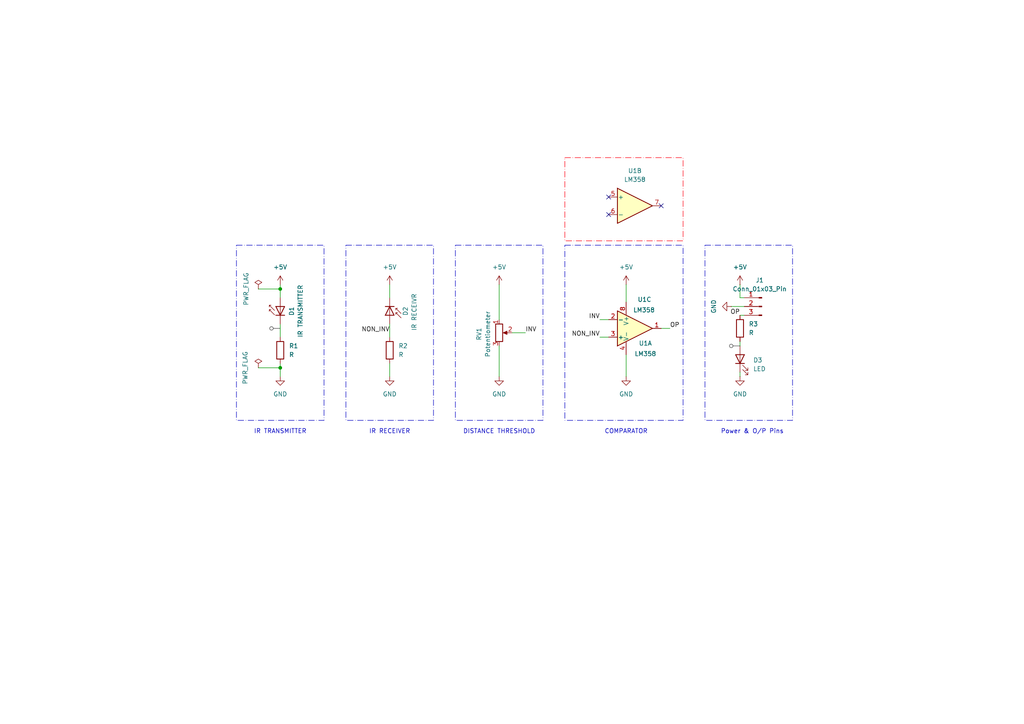
<source format=kicad_sch>
(kicad_sch (version 20250114) (generator "eeschema") (generator_version "9.0")
  (paper "A4")
  (lib_symbols
    (symbol "Amplifier_Operational:LM358" (pin_names (offset 0.127))
      (property "Reference" "U" (at 0 5.08 0))
      (property "Value" "LM358" (at 0 -5.08 0))
      (symbol "LM358_1_1"
        (polyline (pts (xy -5.08 5.08) (xy 5.08 0) (xy -5.08 -5.08) (xy -5.08 5.08)) (stroke (width 0.254)) (fill (type background)))
        (pin input line (at -7.62 2.54 0) (length 2.54) (name "+") (number "3"))
        (pin input line (at -7.62 -2.54 0) (length 2.54) (name "-") (number "2"))
        (pin output line (at 7.62 0 180) (length 2.54) (name "~") (number "1"))
      )
      (symbol "LM358_2_1"
        (polyline (pts (xy -5.08 5.08) (xy 5.08 0) (xy -5.08 -5.08) (xy -5.08 5.08)) (stroke (width 0.254)) (fill (type background)))
        (pin input line (at -7.62 2.54 0) (length 2.54) (name "+") (number "5"))
        (pin input line (at -7.62 -2.54 0) (length 2.54) (name "-") (number "6"))
        (pin output line (at 7.62 0 180) (length 2.54) (name "~") (number "7"))
      )
      (symbol "LM358_3_1"
        (pin power_in line (at -2.54 7.62 270) (length 3.81) (name "V+") (number "8"))
        (pin power_in line (at -2.54 -7.62 90) (length 3.81) (name "V-") (number "4"))
      )
    )
    (symbol "Connector:Conn_01x03_Pin" (pin_names (offset 1.016) (hide yes))
      (property "Reference" "J" (at 0 5.08 0))
      (property "Value" "Conn_01x03_Pin" (at 0 -5.08 0))
      (symbol "Conn_01x03_Pin_1_1"
        (rectangle (start 0.8636 2.667) (end 0 2.413) (stroke (width 0.1524)) (fill (type outline)))
        (rectangle (start 0.8636 0.127) (end 0 -0.127) (stroke (width 0.1524)) (fill (type outline)))
        (rectangle (start 0.8636 -2.413) (end 0 -2.667) (stroke (width 0.1524)) (fill (type outline)))
        (polyline (pts (xy 1.27 2.54) (xy 0.8636 2.54)) (stroke (width 0.1524)))
        (polyline (pts (xy 1.27 0) (xy 0.8636 0)) (stroke (width 0.1524)))
        (polyline (pts (xy 1.27 -2.54) (xy 0.8636 -2.54)) (stroke (width 0.1524)))
        (pin passive line (at 5.08 2.54 180) (length 3.81) (name "Pin_1") (number "1"))
        (pin passive line (at 5.08 0 180) (length 3.81) (name "Pin_2") (number "2"))
        (pin passive line (at 5.08 -2.54 180) (length 3.81) (name "Pin_3") (number "3"))
      )
    )
    (symbol "Device:D_Photo" (pin_numbers (hide yes)) (pin_names (hide yes))
      (property "Reference" "D" (at 0.508 1.778 0))
      (property "Value" "D_Photo" (at -1.016 -2.794 0))
      (symbol "D_Photo_0_1"
        (polyline (pts (xy -2.54 1.27) (xy -2.54 -1.27)) (stroke (width 0.254)))
        (polyline (pts (xy -2.032 1.778) (xy -1.524 1.778)))
        (polyline (pts (xy -0.508 3.302) (xy -2.032 1.778) (xy -2.032 2.286)))
        (polyline (pts (xy 0 0) (xy -2.54 0)))
        (polyline (pts (xy 0 -1.27) (xy 0 1.27) (xy -2.54 0) (xy 0 -1.27)) (stroke (width 0.254)))
        (polyline (pts (xy 0.762 3.302) (xy -0.762 1.778) (xy -0.762 2.286) (xy -0.762 1.778) (xy -0.254 1.778)))
      )
      (symbol "D_Photo_1_1"
        (pin passive line (at -5.08 0 0) (length 2.54) (name "K") (number "1"))
        (pin passive line (at 2.54 0 180) (length 2.54) (name "A") (number "2"))
      )
    )
    (symbol "Device:LED" (pin_numbers (hide yes)) (pin_names (offset 1.016) (hide yes))
      (property "Reference" "D" (at 0 2.54 0))
      (property "Value" "LED" (at 0 -2.54 0))
      (symbol "LED_0_1"
        (polyline (pts (xy -3.048 -0.762) (xy -4.572 -2.286) (xy -3.81 -2.286) (xy -4.572 -2.286) (xy -4.572 -1.524)))
        (polyline (pts (xy -1.778 -0.762) (xy -3.302 -2.286) (xy -2.54 -2.286) (xy -3.302 -2.286) (xy -3.302 -1.524)))
        (polyline (pts (xy -1.27 0) (xy 1.27 0)))
        (polyline (pts (xy -1.27 -1.27) (xy -1.27 1.27)) (stroke (width 0.254)))
        (polyline (pts (xy 1.27 -1.27) (xy 1.27 1.27) (xy -1.27 0) (xy 1.27 -1.27)) (stroke (width 0.254)))
      )
      (symbol "LED_1_1"
        (pin passive line (at -3.81 0 0) (length 2.54) (name "K") (number "1"))
        (pin passive line (at 3.81 0 180) (length 2.54) (name "A") (number "2"))
      )
    )
    (symbol "Device:R" (pin_numbers (hide yes)) (pin_names (offset 0))
      (property "Reference" "R" (at 2.032 0 90))
      (property "Value" "R" (at 0 0 90))
      (symbol "R_0_1"
        (rectangle (start -1.016 -2.54) (end 1.016 2.54) (stroke (width 0.254)))
      )
      (symbol "R_1_1"
        (pin passive line (at 0 3.81 270) (length 1.27) (name "~") (number "1"))
        (pin passive line (at 0 -3.81 90) (length 1.27) (name "~") (number "2"))
      )
    )
    (symbol "Device:R_Potentiometer" (pin_names (offset 1.016) (hide yes))
      (property "Reference" "RV" (at -4.445 0 90))
      (property "Value" "R_Potentiometer" (at -2.54 0 90))
      (symbol "R_Potentiometer_0_1"
        (rectangle (start 1.016 2.54) (end -1.016 -2.54) (stroke (width 0.254)))
        (polyline (pts (xy 1.143 0) (xy 2.286 0.508) (xy 2.286 -0.508) (xy 1.143 0)) (fill (type outline)))
        (polyline (pts (xy 2.54 0) (xy 1.524 0)))
      )
      (symbol "R_Potentiometer_1_1"
        (pin passive line (at 0 3.81 270) (length 1.27) (name "1") (number "1"))
        (pin passive line (at 0 -3.81 90) (length 1.27) (name "3") (number "3"))
        (pin passive line (at 3.81 0 180) (length 1.27) (name "2") (number "2"))
      )
    )
    (symbol "LED:IR204A" (pin_numbers (hide yes)) (pin_names (offset 1.016) (hide yes))
      (property "Reference" "D" (at 0.508 1.778 0))
      (property "Value" "IR204A" (at -1.016 -2.794 0))
      (symbol "IR204A_0_1"
        (polyline (pts (xy -2.54 1.27) (xy -2.54 -1.27)) (stroke (width 0.254)))
        (polyline (pts (xy -2.413 1.651) (xy -0.889 3.175) (xy -0.889 2.667) (xy -0.889 3.175) (xy -1.397 3.175)))
        (polyline (pts (xy -1.143 1.651) (xy 0.381 3.175) (xy 0.381 2.667)))
        (polyline (pts (xy 0 1.27) (xy -2.54 0) (xy 0 -1.27) (xy 0 1.27)) (stroke (width 0.254)))
        (polyline (pts (xy 0 0) (xy -2.54 0)))
        (polyline (pts (xy 0.381 3.175) (xy -0.127 3.175)))
      )
      (symbol "IR204A_1_1"
        (pin passive line (at -5.08 0 0) (length 2.54) (name "K") (number "1"))
        (pin passive line (at 2.54 0 180) (length 2.54) (name "A") (number "2"))
      )
    )
    (symbol "power:+5V" (power) (pin_numbers (hide yes)) (pin_names (offset 0) (hide yes))
      (property "Value" "+5V" (at 0 3.556 0))
      (symbol "+5V_0_1"
        (polyline (pts (xy -0.762 1.27) (xy 0 2.54)))
        (polyline (pts (xy 0 2.54) (xy 0.762 1.27)))
        (polyline (pts (xy 0 0) (xy 0 2.54)))
      )
      (symbol "+5V_1_1"
        (pin power_in line (at 0 0 90) (length 0) (name "~") (number "1"))
      )
    )
    (symbol "power:GND" (power) (pin_numbers (hide yes)) (pin_names (offset 0) (hide yes))
      (property "Value" "GND" (at 0 -3.81 0))
      (symbol "GND_0_1"
        (polyline (pts (xy 0 0) (xy 0 -1.27) (xy 1.27 -1.27) (xy 0 -2.54) (xy -1.27 -1.27) (xy 0 -1.27)))
      )
      (symbol "GND_1_1"
        (pin power_in line (at 0 0 270) (length 0) (name "~") (number "1"))
      )
    )
    (symbol "power:PWR_FLAG" (power) (pin_numbers (hide yes)) (pin_names (offset 0) (hide yes))
      (property "Value" "PWR_FLAG" (at 0 3.81 0))
      (symbol "PWR_FLAG_0_0"
        (pin power_out line (at 0 0 90) (length 0) (name "~") (number "1"))
      )
      (symbol "PWR_FLAG_0_1"
        (polyline (pts (xy 0 0) (xy 0 1.27) (xy -1.016 1.905) (xy 0 2.54) (xy 1.016 1.905) (xy 0 1.27)))
      )
    )
  )
  (rectangle (start 204.47 71.12) (end 229.87 121.92) (stroke (width 0) (type dash_dot)))
  (rectangle (start 163.83 71.12) (end 198.12 121.92) (stroke (width 0) (type dash_dot)))
  (rectangle (start 132.08 71.12) (end 157.48 121.92) (stroke (width 0) (type dash_dot)))
  (rectangle (start 68.58 71.12) (end 93.98 121.92) (stroke (width 0) (type dash_dot)))
  (rectangle (start 100.33 71.12) (end 125.73 121.92) (stroke (width 0) (type dash_dot)))
  (rectangle (start 163.83 45.72) (end 198.12 69.85) (stroke (width 0) (type dash_dot) (color 255 0 18 1)))
  (text "DISTANCE THRESHOLD" (at 144.78 125.222 0) (effects (font (size 1.27 1.27))))
  (text "COMPARATOR" (at 181.61 125.222 0) (effects (font (size 1.27 1.27))))
  (text "IR TRANSMITTER" (at 81.28 125.222 0) (effects (font (size 1.27 1.27))))
  (text "IR RECEIVER" (at 113.03 125.222 0) (effects (font (size 1.27 1.27))))
  (text "Power & O/P Pins" (at 218.186 125.222 0) (effects (font (size 1.27 1.27))))
  (junction (at 81.28 106.68))
  (junction (at 81.28 83.82))
  (no_connect (at 176.53 57.15))
  (no_connect (at 176.53 62.23))
  (no_connect (at 191.77 59.69))
  (wire (pts (xy 191.77 95.25) (xy 194.31 95.25)))
  (wire (pts (xy 181.61 102.87) (xy 181.61 109.22)))
  (wire (pts (xy 181.61 82.55) (xy 181.61 87.63)))
  (wire (pts (xy 81.28 93.98) (xy 81.28 97.79)))
  (wire (pts (xy 81.28 106.68) (xy 81.28 109.22)))
  (wire (pts (xy 81.28 82.55) (xy 81.28 83.82)))
  (wire (pts (xy 214.63 82.55) (xy 214.63 86.36)))
  (wire (pts (xy 173.99 92.71) (xy 176.53 92.71)))
  (wire (pts (xy 214.63 86.36) (xy 215.9 86.36)))
  (wire (pts (xy 113.03 93.98) (xy 113.03 97.79)))
  (wire (pts (xy 148.59 96.52) (xy 152.4 96.52)))
  (wire (pts (xy 113.03 105.41) (xy 113.03 109.22)))
  (wire (pts (xy 173.99 97.79) (xy 176.53 97.79)))
  (wire (pts (xy 81.28 83.82) (xy 81.28 86.36)))
  (wire (pts (xy 214.63 107.95) (xy 214.63 109.22)))
  (wire (pts (xy 113.03 82.55) (xy 113.03 86.36)))
  (wire (pts (xy 144.78 82.55) (xy 144.78 92.71)))
  (wire (pts (xy 214.63 91.44) (xy 215.9 91.44)))
  (wire (pts (xy 212.09 88.9) (xy 215.9 88.9)))
  (wire (pts (xy 81.28 105.41) (xy 81.28 106.68)))
  (wire (pts (xy 144.78 100.33) (xy 144.78 109.22)))
  (wire (pts (xy 214.63 99.06) (xy 214.63 100.33)))
  (wire (pts (xy 74.93 106.68) (xy 81.28 106.68)))
  (wire (pts (xy 74.93 83.82) (xy 81.28 83.82)))
  (label "OP" (at 194.31 95.25 0))
  (label "INV" (at 173.99 92.71 180))
  (label "NON_INV" (at 113.03 96.52 180))
  (label "INV" (at 152.4 96.52 0))
  (label "NON_INV" (at 173.99 97.79 180))
  (label "OP" (at 214.63 91.44 180))
  (netclass_flag "" (length 2.54) (shape round) (at 214.63 100.33 90) (property "Netclass" "Signal" (effects (hide yes))))
  (netclass_flag "" (length 2.54) (shape round) (at 81.28 95.25 90) (property "Netclass" "Signal" (effects (hide yes))))
  (symbol (lib_id "Device:R") (at 214.63 95.25 0) (unit 1)
    (property "Reference" "R3" (at 217.17 93.9799 0) (effects (justify left)))
    (property "Value" "R" (at 217.17 96.5199 0) (effects (justify left)))
    (property "Footprint" "Resistor_SMD:R_1206_3216Metric" (effects (hide yes)))
    (property "Description" "Resistor" (effects (hide yes)))
  )
  (symbol (lib_id "power:PWR_FLAG") (at 74.93 83.82 0) (unit 1)
    (property "Reference" "#FLG01" (effects (hide yes)))
    (property "Value" "PWR_FLAG" (at 71.374 83.82 90))
    (property "Description" "Special symbol for telling ERC where power comes from" (effects (hide yes)))
  )
  (symbol (lib_id "Device:D_Photo") (at 113.03 91.44 270) (unit 1)
    (property "Reference" "D2" (at 117.602 88.9 0) (effects (justify left)))
    (property "Value" "IR RECEIVR" (at 120.142 85.09 0) (effects (justify left)))
    (property "Footprint" "LED_THT:LED_D3.0mm_Horizontal_O3.81mm_Z2.0mm" (effects (hide yes)))
    (property "Description" "Photodiode" (effects (hide yes)))
  )
  (symbol (lib_id "LED:IR204A") (at 81.28 88.9 90) (unit 1)
    (property "Reference" "D1" (at 84.582 88.9 0) (effects (justify right)))
    (property "Value" "IR TRANSMITTER" (at 87.122 82.55 0) (effects (justify right)))
    (property "Footprint" "LED_THT:LED_D3.0mm_Horizontal_O3.81mm_Z2.0mm" (effects (hide yes)))
    (property "Datasheet" "http://www.everlight.com/file/ProductFile/IR204-A.pdf" (effects (hide yes)))
    (property "Description" "Infrared LED , 3mm LED package" (effects (hide yes)))
  )
  (symbol (lib_id "power:GND") (at 181.61 109.22 0) (unit 1)
    (property "Reference" "#PWR08" (effects (hide yes)))
    (property "Value" "GND" (at 181.61 114.3 0))
    (property "Description" "Power symbol creates a global label with name \"GND\" , ground" (effects (hide yes)))
  )
  (symbol (lib_id "Device:R") (at 113.03 101.6 0) (unit 1)
    (property "Reference" "R2" (at 115.57 100.3299 0) (effects (justify left)))
    (property "Value" "R" (at 115.57 102.8699 0) (effects (justify left)))
    (property "Footprint" "Resistor_SMD:R_1206_3216Metric" (effects (hide yes)))
    (property "Description" "Resistor" (effects (hide yes)))
  )
  (symbol (lib_id "power:GND") (at 214.63 109.22 0) (unit 1)
    (property "Reference" "#PWR011" (effects (hide yes)))
    (property "Value" "GND" (at 214.63 114.3 0))
    (property "Description" "Power symbol creates a global label with name \"GND\" , ground" (effects (hide yes)))
  )
  (symbol (lib_id "power:GND") (at 81.28 109.22 0) (unit 1)
    (property "Reference" "#PWR02" (effects (hide yes)))
    (property "Value" "GND" (at 81.28 114.3 0))
    (property "Description" "Power symbol creates a global label with name \"GND\" , ground" (effects (hide yes)))
  )
  (symbol (lib_id "power:PWR_FLAG") (at 74.93 106.68 0) (unit 1)
    (property "Reference" "#FLG02" (effects (hide yes)))
    (property "Value" "PWR_FLAG" (at 71.12 106.68 90))
    (property "Description" "Special symbol for telling ERC where power comes from" (effects (hide yes)))
  )
  (symbol (lib_id "Amplifier_Operational:LM358") (at 184.15 59.69 0) (unit 2)
    (property "Reference" "U1" (at 184.15 49.53 0))
    (property "Value" "LM358" (at 184.15 52.07 0))
    (property "Footprint" "Package_SO:TSSOP-8_3x3mm_P0.65mm" (effects (hide yes)))
    (property "Datasheet" "http://www.ti.com/lit/ds/symlink/lm2904-n.pdf" (effects (hide yes)))
    (property "Description" "Low-Power, Dual Operational Amplifiers, DIP-8/SOIC-8/TO-99-8" (effects (hide yes)))
  )
  (symbol (lib_id "power:GND") (at 144.78 109.22 0) (unit 1)
    (property "Reference" "#PWR06" (effects (hide yes)))
    (property "Value" "GND" (at 144.78 114.3 0))
    (property "Description" "Power symbol creates a global label with name \"GND\" , ground" (effects (hide yes)))
  )
  (symbol (lib_id "power:+5V") (at 214.63 82.55 0) (unit 1)
    (property "Reference" "#PWR010" (effects (hide yes)))
    (property "Value" "+5V" (at 214.63 77.47 0))
    (property "Description" "Power symbol creates a global label with name \"+5V\"" (effects (hide yes)))
  )
  (symbol (lib_id "Device:R") (at 81.28 101.6 0) (unit 1)
    (property "Reference" "R1" (at 83.82 100.3299 0) (effects (justify left)))
    (property "Value" "R" (at 83.82 102.8699 0) (effects (justify left)))
    (property "Footprint" "Resistor_SMD:R_1206_3216Metric" (effects (hide yes)))
    (property "Description" "Resistor" (effects (hide yes)))
  )
  (symbol (lib_id "power:+5V") (at 144.78 82.55 0) (unit 1)
    (property "Reference" "#PWR05" (effects (hide yes)))
    (property "Value" "+5V" (at 144.78 77.47 0))
    (property "Description" "Power symbol creates a global label with name \"+5V\"" (effects (hide yes)))
  )
  (symbol (lib_id "power:+5V") (at 81.28 82.55 0) (unit 1)
    (property "Reference" "#PWR01" (effects (hide yes)))
    (property "Value" "+5V" (at 81.28 77.47 0))
    (property "Description" "Power symbol creates a global label with name \"+5V\"" (effects (hide yes)))
  )
  (symbol (lib_id "Amplifier_Operational:LM358") (at 184.15 95.25 0) (unit 3)
    (property "Reference" "U1" (at 184.912 86.868 0) (effects (justify left)))
    (property "Value" "LM358" (at 183.642 89.916 0) (effects (justify left)))
    (property "Footprint" "Package_SO:TSSOP-8_3x3mm_P0.65mm" (effects (hide yes)))
    (property "Datasheet" "http://www.ti.com/lit/ds/symlink/lm2904-n.pdf" (effects (hide yes)))
    (property "Description" "Low-Power, Dual Operational Amplifiers, DIP-8/SOIC-8/TO-99-8" (effects (hide yes)))
  )
  (symbol (lib_id "power:GND") (at 113.03 109.22 0) (unit 1)
    (property "Reference" "#PWR04" (effects (hide yes)))
    (property "Value" "GND" (at 113.03 114.3 0))
    (property "Description" "Power symbol creates a global label with name \"GND\" , ground" (effects (hide yes)))
  )
  (symbol (lib_id "Connector:Conn_01x03_Pin") (at 220.98 88.9 0) (mirror y) (unit 1)
    (property "Reference" "J1" (at 220.345 81.28 0))
    (property "Value" "Conn_01x03_Pin" (at 220.345 83.82 0))
    (property "Footprint" "Connector_PinHeader_2.54mm:PinHeader_1x03_P2.54mm_Horizontal" (effects (hide yes)))
    (property "Description" "Generic connector, single row, 01x03, script generated" (effects (hide yes)))
  )
  (symbol (lib_id "Device:LED") (at 214.63 104.14 90) (unit 1)
    (property "Reference" "D3" (at 218.44 104.4574 90) (effects (justify right)))
    (property "Value" "LED" (at 218.44 106.9974 90) (effects (justify right)))
    (property "Footprint" "LED_SMD:LED_1206_3216Metric" (effects (hide yes)))
    (property "Description" "Light emitting diode" (effects (hide yes)))
    (property "Sim.Pins" "1=K 2=A" (effects (hide yes)))
  )
  (symbol (lib_id "Amplifier_Operational:LM358") (at 184.15 95.25 0) (mirror x) (unit 1)
    (property "Reference" "U1" (at 187.198 99.568 0))
    (property "Value" "LM358" (at 187.198 102.616 0))
    (property "Footprint" "Package_SO:TSSOP-8_3x3mm_P0.65mm" (effects (hide yes)))
    (property "Datasheet" "http://www.ti.com/lit/ds/symlink/lm2904-n.pdf" (effects (hide yes)))
    (property "Description" "Low-Power, Dual Operational Amplifiers, DIP-8/SOIC-8/TO-99-8" (effects (hide yes)))
  )
  (symbol (lib_id "power:GND") (at 212.09 88.9 270) (unit 1)
    (property "Reference" "#PWR09" (effects (hide yes)))
    (property "Value" "GND" (at 207.01 88.9 0))
    (property "Description" "Power symbol creates a global label with name \"GND\" , ground" (effects (hide yes)))
  )
  (symbol (lib_id "power:+5V") (at 113.03 82.55 0) (unit 1)
    (property "Reference" "#PWR03" (effects (hide yes)))
    (property "Value" "+5V" (at 113.03 77.47 0))
    (property "Description" "Power symbol creates a global label with name \"+5V\"" (effects (hide yes)))
  )
  (symbol (lib_id "Device:R_Potentiometer") (at 144.78 96.52 0) (unit 1)
    (property "Reference" "RV1" (at 138.938 94.996 90) (effects (justify right)))
    (property "Value" "Potentiometer" (at 141.478 90.17 90) (effects (justify right)))
    (property "Footprint" "Potentiometer:TRIM_3362P-1-103" (effects (hide yes)))
    (property "Description" "Potentiometer" (effects (hide yes)))
  )
  (symbol (lib_id "power:+5V") (at 181.61 82.55 0) (unit 1)
    (property "Reference" "#PWR07" (effects (hide yes)))
    (property "Value" "+5V" (at 181.61 77.47 0))
    (property "Description" "Power symbol creates a global label with name \"+5V\"" (effects (hide yes)))
  )
)
</source>
